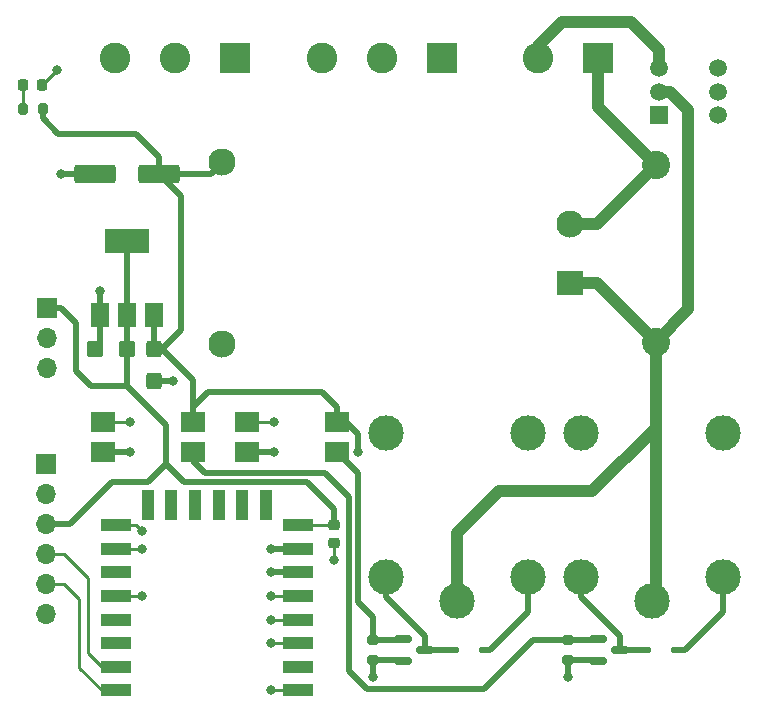
<source format=gtl>
G04 #@! TF.GenerationSoftware,KiCad,Pcbnew,7.0.8*
G04 #@! TF.CreationDate,2024-05-09T20:38:46-03:00*
G04 #@! TF.ProjectId,lamp_module_x2,6c616d70-5f6d-46f6-9475-6c655f78322e,1.1*
G04 #@! TF.SameCoordinates,Original*
G04 #@! TF.FileFunction,Copper,L1,Top*
G04 #@! TF.FilePolarity,Positive*
%FSLAX46Y46*%
G04 Gerber Fmt 4.6, Leading zero omitted, Abs format (unit mm)*
G04 Created by KiCad (PCBNEW 7.0.8) date 2024-05-09 20:38:46*
%MOMM*%
%LPD*%
G01*
G04 APERTURE LIST*
G04 Aperture macros list*
%AMRoundRect*
0 Rectangle with rounded corners*
0 $1 Rounding radius*
0 $2 $3 $4 $5 $6 $7 $8 $9 X,Y pos of 4 corners*
0 Add a 4 corners polygon primitive as box body*
4,1,4,$2,$3,$4,$5,$6,$7,$8,$9,$2,$3,0*
0 Add four circle primitives for the rounded corners*
1,1,$1+$1,$2,$3*
1,1,$1+$1,$4,$5*
1,1,$1+$1,$6,$7*
1,1,$1+$1,$8,$9*
0 Add four rect primitives between the rounded corners*
20,1,$1+$1,$2,$3,$4,$5,0*
20,1,$1+$1,$4,$5,$6,$7,0*
20,1,$1+$1,$6,$7,$8,$9,0*
20,1,$1+$1,$8,$9,$2,$3,0*%
G04 Aperture macros list end*
G04 #@! TA.AperFunction,SMDPad,CuDef*
%ADD10RoundRect,0.125000X0.125000X0.125000X-0.125000X0.125000X-0.125000X-0.125000X0.125000X-0.125000X0*%
G04 #@! TD*
G04 #@! TA.AperFunction,SMDPad,CuDef*
%ADD11R,2.000000X1.780000*%
G04 #@! TD*
G04 #@! TA.AperFunction,SMDPad,CuDef*
%ADD12RoundRect,0.200000X-0.275000X0.200000X-0.275000X-0.200000X0.275000X-0.200000X0.275000X0.200000X0*%
G04 #@! TD*
G04 #@! TA.AperFunction,SMDPad,CuDef*
%ADD13RoundRect,0.150000X-0.587500X-0.150000X0.587500X-0.150000X0.587500X0.150000X-0.587500X0.150000X0*%
G04 #@! TD*
G04 #@! TA.AperFunction,ComponentPad*
%ADD14C,3.000000*%
G04 #@! TD*
G04 #@! TA.AperFunction,ComponentPad*
%ADD15C,2.600000*%
G04 #@! TD*
G04 #@! TA.AperFunction,ComponentPad*
%ADD16R,2.600000X2.600000*%
G04 #@! TD*
G04 #@! TA.AperFunction,SMDPad,CuDef*
%ADD17RoundRect,0.225000X-0.250000X0.225000X-0.250000X-0.225000X0.250000X-0.225000X0.250000X0.225000X0*%
G04 #@! TD*
G04 #@! TA.AperFunction,ComponentPad*
%ADD18O,1.700000X1.700000*%
G04 #@! TD*
G04 #@! TA.AperFunction,ComponentPad*
%ADD19R,1.700000X1.700000*%
G04 #@! TD*
G04 #@! TA.AperFunction,SMDPad,CuDef*
%ADD20RoundRect,0.218750X0.218750X0.256250X-0.218750X0.256250X-0.218750X-0.256250X0.218750X-0.256250X0*%
G04 #@! TD*
G04 #@! TA.AperFunction,SMDPad,CuDef*
%ADD21R,1.500000X2.000000*%
G04 #@! TD*
G04 #@! TA.AperFunction,SMDPad,CuDef*
%ADD22R,3.800000X2.000000*%
G04 #@! TD*
G04 #@! TA.AperFunction,SMDPad,CuDef*
%ADD23RoundRect,0.250000X0.450000X0.425000X-0.450000X0.425000X-0.450000X-0.425000X0.450000X-0.425000X0*%
G04 #@! TD*
G04 #@! TA.AperFunction,SMDPad,CuDef*
%ADD24R,1.100000X2.500000*%
G04 #@! TD*
G04 #@! TA.AperFunction,SMDPad,CuDef*
%ADD25R,2.500000X1.100000*%
G04 #@! TD*
G04 #@! TA.AperFunction,ComponentPad*
%ADD26C,2.400000*%
G04 #@! TD*
G04 #@! TA.AperFunction,ComponentPad*
%ADD27R,2.300000X2.000000*%
G04 #@! TD*
G04 #@! TA.AperFunction,ComponentPad*
%ADD28C,2.300000*%
G04 #@! TD*
G04 #@! TA.AperFunction,SMDPad,CuDef*
%ADD29RoundRect,0.250000X-0.425000X0.450000X-0.425000X-0.450000X0.425000X-0.450000X0.425000X0.450000X0*%
G04 #@! TD*
G04 #@! TA.AperFunction,SMDPad,CuDef*
%ADD30RoundRect,0.250000X1.500000X0.550000X-1.500000X0.550000X-1.500000X-0.550000X1.500000X-0.550000X0*%
G04 #@! TD*
G04 #@! TA.AperFunction,SMDPad,CuDef*
%ADD31RoundRect,0.200000X-0.200000X-0.275000X0.200000X-0.275000X0.200000X0.275000X-0.200000X0.275000X0*%
G04 #@! TD*
G04 #@! TA.AperFunction,ComponentPad*
%ADD32R,1.500000X1.500000*%
G04 #@! TD*
G04 #@! TA.AperFunction,ComponentPad*
%ADD33C,1.500000*%
G04 #@! TD*
G04 #@! TA.AperFunction,ViaPad*
%ADD34C,0.800000*%
G04 #@! TD*
G04 #@! TA.AperFunction,Conductor*
%ADD35C,0.250000*%
G04 #@! TD*
G04 #@! TA.AperFunction,Conductor*
%ADD36C,0.500000*%
G04 #@! TD*
G04 #@! TA.AperFunction,Conductor*
%ADD37C,1.000000*%
G04 #@! TD*
G04 APERTURE END LIST*
D10*
X170518000Y-108204000D03*
X168318000Y-108204000D03*
D11*
X122174000Y-88900000D03*
X122174000Y-91440000D03*
X129794000Y-91440000D03*
X129794000Y-88900000D03*
D12*
X161536000Y-109029000D03*
X161536000Y-107379000D03*
D13*
X165959000Y-108204000D03*
X164084000Y-109154000D03*
X164084000Y-107254000D03*
D14*
X168656000Y-104062001D03*
X162656000Y-89862001D03*
X174656000Y-89862001D03*
X174656000Y-102062001D03*
X162656000Y-102062001D03*
D15*
X123190000Y-58121300D03*
X128270000Y-58121300D03*
D16*
X133350000Y-58121300D03*
D17*
X141717001Y-99197846D03*
X141717001Y-97647846D03*
D13*
X149449000Y-108204000D03*
X147574000Y-109154000D03*
X147574000Y-107254000D03*
D10*
X152062000Y-108204000D03*
X154262000Y-108204000D03*
D18*
X117373000Y-84328000D03*
X117373000Y-81788000D03*
D19*
X117373000Y-79248000D03*
D20*
X115397500Y-60407300D03*
X116972500Y-60407300D03*
D14*
X152139000Y-104062000D03*
X146139000Y-89862000D03*
X158139000Y-89862000D03*
X158139000Y-102062000D03*
X146139000Y-102062000D03*
D15*
X140716000Y-58121300D03*
X145796000Y-58121300D03*
D16*
X150876000Y-58121300D03*
D18*
X117348000Y-105156000D03*
X117348000Y-102616000D03*
X117348000Y-100076000D03*
X117348000Y-97536000D03*
X117348000Y-94996000D03*
D19*
X117348000Y-92456000D03*
D16*
X164084000Y-58121300D03*
D15*
X159004000Y-58121300D03*
D21*
X121906000Y-79857999D03*
X124206000Y-79857999D03*
D22*
X124206000Y-73557999D03*
D21*
X126506000Y-79857999D03*
D12*
X145019000Y-109029000D03*
X145019000Y-107379000D03*
D23*
X124206000Y-82724000D03*
X121506000Y-82724000D03*
D24*
X125932000Y-95947846D03*
X127932000Y-95947846D03*
X129932000Y-95947846D03*
X131932000Y-95947846D03*
X133932000Y-95947846D03*
X135932000Y-95947846D03*
D25*
X123222000Y-111647846D03*
X123222000Y-109647846D03*
X123222000Y-107647846D03*
X123222000Y-105647846D03*
X123222000Y-103647846D03*
X123222000Y-101647846D03*
X123222000Y-99647846D03*
X123222000Y-97647846D03*
X138622000Y-97647846D03*
X138622000Y-99647846D03*
X138622000Y-101647846D03*
X138622000Y-103647846D03*
X138622000Y-105647846D03*
X138622000Y-107647846D03*
X138622000Y-109647846D03*
X138622000Y-111647846D03*
D26*
X168934000Y-82131300D03*
X168934000Y-67131300D03*
D11*
X141986000Y-88900000D03*
X141986000Y-91440000D03*
X134366000Y-91440000D03*
X134366000Y-88900000D03*
D27*
X161652500Y-77131300D03*
D28*
X161652500Y-72131300D03*
X132252500Y-82331300D03*
X132252500Y-66931300D03*
D29*
X126505999Y-82724000D03*
X126505999Y-85424000D03*
D30*
X126906000Y-67931300D03*
X121506000Y-67931300D03*
D31*
X117030000Y-62439300D03*
X115380000Y-62439300D03*
D32*
X169204000Y-62960000D03*
D33*
X169204000Y-60960000D03*
X169204000Y-58960000D03*
X174204000Y-62960000D03*
X174204000Y-60960000D03*
X174204000Y-58960000D03*
D34*
X136383000Y-99647846D03*
X143764000Y-91440000D03*
X136652000Y-88900000D03*
X124460000Y-88900000D03*
X124460000Y-91440000D03*
X136652000Y-91440000D03*
X161536000Y-110490000D03*
X145019000Y-110490000D03*
X136383001Y-105647846D03*
X121905999Y-77851000D03*
X118237000Y-59137300D03*
X128098300Y-85424000D03*
X141717001Y-100584000D03*
X118618000Y-67931300D03*
X125460999Y-98185848D03*
X136383000Y-101647848D03*
X136383001Y-103647848D03*
X136383001Y-107647853D03*
X136383000Y-111647846D03*
X125460999Y-99647852D03*
X125460999Y-103647848D03*
D35*
X120142000Y-109742999D02*
X120142000Y-103886000D01*
X122046847Y-111647846D02*
X120142000Y-109742999D01*
X118872000Y-102616000D02*
X117348000Y-102616000D01*
X123922000Y-111647846D02*
X122046847Y-111647846D01*
X120142000Y-103886000D02*
X118872000Y-102616000D01*
X118872000Y-100076000D02*
X117348000Y-100076000D01*
X120904000Y-108458000D02*
X120904000Y-102108000D01*
X121158000Y-108712000D02*
X120904000Y-108458000D01*
X120904000Y-102108000D02*
X118872000Y-100076000D01*
D36*
X121506000Y-67931300D02*
X118618000Y-67931300D01*
X158559000Y-107379000D02*
X161536000Y-107379000D01*
X143002000Y-95250000D02*
X143002000Y-109982000D01*
X140970000Y-93218000D02*
X143002000Y-95250000D01*
X130810000Y-93218000D02*
X140970000Y-93218000D01*
X129794000Y-91440000D02*
X129794000Y-92202000D01*
X129794000Y-92202000D02*
X130810000Y-93218000D01*
X143002000Y-109982000D02*
X144526000Y-111506000D01*
X154432000Y-111506000D02*
X158559000Y-107379000D01*
X144526000Y-111506000D02*
X154432000Y-111506000D01*
X158139000Y-105005000D02*
X158139000Y-102062000D01*
X154262000Y-108204000D02*
X154940000Y-108204000D01*
X154940000Y-108204000D02*
X158139000Y-105005000D01*
X171450000Y-108204000D02*
X174656000Y-104998000D01*
X170518000Y-108204000D02*
X171450000Y-108204000D01*
X174656000Y-104998000D02*
X174656000Y-102062001D01*
X128778000Y-81126999D02*
X127180999Y-82724000D01*
X126906000Y-67931300D02*
X128778000Y-69803300D01*
X128778000Y-69803300D02*
X128778000Y-81126999D01*
D35*
X137922000Y-111647846D02*
X136383000Y-111647846D01*
X136383008Y-107647846D02*
X136383001Y-107647853D01*
X137922000Y-107647846D02*
X136383008Y-107647846D01*
X137922000Y-105647846D02*
X136383001Y-105647846D01*
D36*
X137922000Y-99647846D02*
X136383000Y-99647846D01*
D37*
X155702000Y-94742000D02*
X152139000Y-98305000D01*
X163576000Y-94742000D02*
X155702000Y-94742000D01*
X168934000Y-89384000D02*
X163576000Y-94742000D01*
X168934000Y-82131300D02*
X168934000Y-89384000D01*
X152139000Y-98305000D02*
X152139000Y-104062000D01*
X168934000Y-82131300D02*
X168934000Y-103784001D01*
X168934000Y-103784001D02*
X168656000Y-104062001D01*
D36*
X119380000Y-97536000D02*
X117602000Y-97536000D01*
X122936000Y-93980000D02*
X119380000Y-97536000D01*
X125984000Y-93980000D02*
X122936000Y-93980000D01*
X127508000Y-92456000D02*
X125984000Y-93980000D01*
X129032000Y-93980000D02*
X139431001Y-93980000D01*
X127508000Y-92456000D02*
X129032000Y-93980000D01*
D35*
X123922000Y-109647846D02*
X122078847Y-109647846D01*
X122078847Y-109647846D02*
X121143001Y-108712000D01*
D36*
X143764000Y-89916000D02*
X143764000Y-91440000D01*
X142748000Y-88900000D02*
X143764000Y-89916000D01*
X141986000Y-88900000D02*
X142748000Y-88900000D01*
X121158000Y-85852000D02*
X124206000Y-85852000D01*
X119888000Y-80518000D02*
X119888000Y-84582000D01*
X118618000Y-79248000D02*
X119888000Y-80518000D01*
X119888000Y-84582000D02*
X121158000Y-85852000D01*
X117373000Y-79248000D02*
X118618000Y-79248000D01*
X141717001Y-96266000D02*
X141717001Y-97647846D01*
X139431001Y-93980000D02*
X141717001Y-96266000D01*
X124206000Y-85852000D02*
X127508000Y-89154000D01*
X124206000Y-82724000D02*
X124206000Y-85852000D01*
X127508000Y-89154000D02*
X127508000Y-92456000D01*
X145019000Y-105395000D02*
X145019000Y-107379000D01*
X143764000Y-104140000D02*
X145019000Y-105395000D01*
X143764000Y-93218000D02*
X143764000Y-104140000D01*
X141986000Y-91440000D02*
X143764000Y-93218000D01*
D35*
X137922000Y-97647846D02*
X141717001Y-97647846D01*
X141717001Y-99197846D02*
X141717001Y-100584000D01*
X122174000Y-88900000D02*
X124460000Y-88900000D01*
D36*
X122174000Y-91440000D02*
X124460000Y-91440000D01*
X134112000Y-91440000D02*
X136652000Y-91440000D01*
D35*
X136652000Y-88900000D02*
X134112000Y-88900000D01*
X137922000Y-97647846D02*
X137938000Y-97663846D01*
D36*
X145019000Y-109029000D02*
X145019000Y-110490000D01*
X161536000Y-109029000D02*
X161536000Y-110490000D01*
X129794000Y-85337001D02*
X129794000Y-88646000D01*
X127180999Y-82724000D02*
X129794000Y-85337001D01*
X126505999Y-82724000D02*
X127180999Y-82724000D01*
X141986000Y-87630000D02*
X141986000Y-88646000D01*
X140716000Y-86360000D02*
X141986000Y-87630000D01*
X129794000Y-87630000D02*
X131064000Y-86360000D01*
X131064000Y-86360000D02*
X140716000Y-86360000D01*
X129794000Y-88646000D02*
X129794000Y-87630000D01*
X146139000Y-103721000D02*
X146139000Y-102062000D01*
X149449000Y-107031000D02*
X146139000Y-103721000D01*
X149449000Y-108204000D02*
X149449000Y-107031000D01*
X162656000Y-103728000D02*
X162656000Y-102062001D01*
X165959000Y-107031000D02*
X162656000Y-103728000D01*
X165959000Y-108204000D02*
X165959000Y-107031000D01*
X165959000Y-108204000D02*
X168318000Y-108204000D01*
D35*
X163959000Y-109029000D02*
X164084000Y-109154000D01*
D36*
X161536000Y-109029000D02*
X163959000Y-109029000D01*
D35*
X163959000Y-107379000D02*
X164084000Y-107254000D01*
D36*
X161536000Y-107379000D02*
X163959000Y-107379000D01*
X149449000Y-108204000D02*
X152062000Y-108204000D01*
X145019000Y-109029000D02*
X147449000Y-109029000D01*
D35*
X147449000Y-109029000D02*
X147574000Y-109154000D01*
D36*
X145019000Y-107379000D02*
X147449000Y-107379000D01*
D35*
X147449000Y-107379000D02*
X147574000Y-107254000D01*
D36*
X131252500Y-67931300D02*
X132252500Y-66931300D01*
X126906000Y-67931300D02*
X131252500Y-67931300D01*
X126906000Y-66454000D02*
X126906000Y-67931300D01*
X118364000Y-64516000D02*
X124968000Y-64516000D01*
X117030000Y-63182000D02*
X118364000Y-64516000D01*
X117030000Y-62439300D02*
X117030000Y-63182000D01*
X124968000Y-64516000D02*
X126906000Y-66454000D01*
D37*
X161652500Y-77131300D02*
X163934000Y-77131300D01*
X171704000Y-62473025D02*
X171704000Y-79361300D01*
X163934000Y-77131300D02*
X168934000Y-82131300D01*
X171704000Y-79361300D02*
X168934000Y-82131300D01*
X169204000Y-60960000D02*
X170190975Y-60960000D01*
X170190975Y-60960000D02*
X171704000Y-62473025D01*
X164084000Y-62281300D02*
X168934000Y-67131300D01*
X161652500Y-72131300D02*
X163934000Y-72131300D01*
X163934000Y-72131300D02*
X168934000Y-67131300D01*
X164084000Y-58070300D02*
X164084000Y-62281300D01*
D36*
X126505998Y-79858001D02*
X126505999Y-82724000D01*
X126506000Y-79858000D02*
X126505998Y-79858001D01*
X121905999Y-82324000D02*
X121506000Y-82724000D01*
D35*
X116972500Y-60401800D02*
X118237000Y-59137300D01*
D36*
X121905999Y-77851000D02*
X121906000Y-79858000D01*
X121906000Y-79858000D02*
X121905999Y-82324000D01*
D35*
X116972500Y-60407300D02*
X116972500Y-60401800D01*
X123922000Y-97647846D02*
X124922997Y-97647846D01*
X124922997Y-97647846D02*
X125460999Y-98185848D01*
D36*
X128098300Y-85424000D02*
X126505999Y-85424000D01*
X124206000Y-79858000D02*
X124206000Y-82724000D01*
X124206000Y-73558000D02*
X124206000Y-79858000D01*
X136383000Y-101647848D02*
X137922000Y-101647847D01*
D35*
X115397500Y-62421800D02*
X115380000Y-62439300D01*
X115397500Y-60407300D02*
X115397500Y-62421800D01*
D37*
X159004000Y-58121300D02*
X159004000Y-57100300D01*
X166833300Y-55073300D02*
X169204000Y-57444000D01*
X161031000Y-55073300D02*
X166833300Y-55073300D01*
X159004000Y-57100300D02*
X161031000Y-55073300D01*
X169204000Y-57444000D02*
X169204000Y-58960000D01*
D35*
X137922000Y-103647848D02*
X136383001Y-103647848D01*
X123922003Y-99647852D02*
X123922000Y-99647848D01*
X125460999Y-99647852D02*
X123922003Y-99647852D01*
X125460999Y-103647848D02*
X123922000Y-103647848D01*
M02*

</source>
